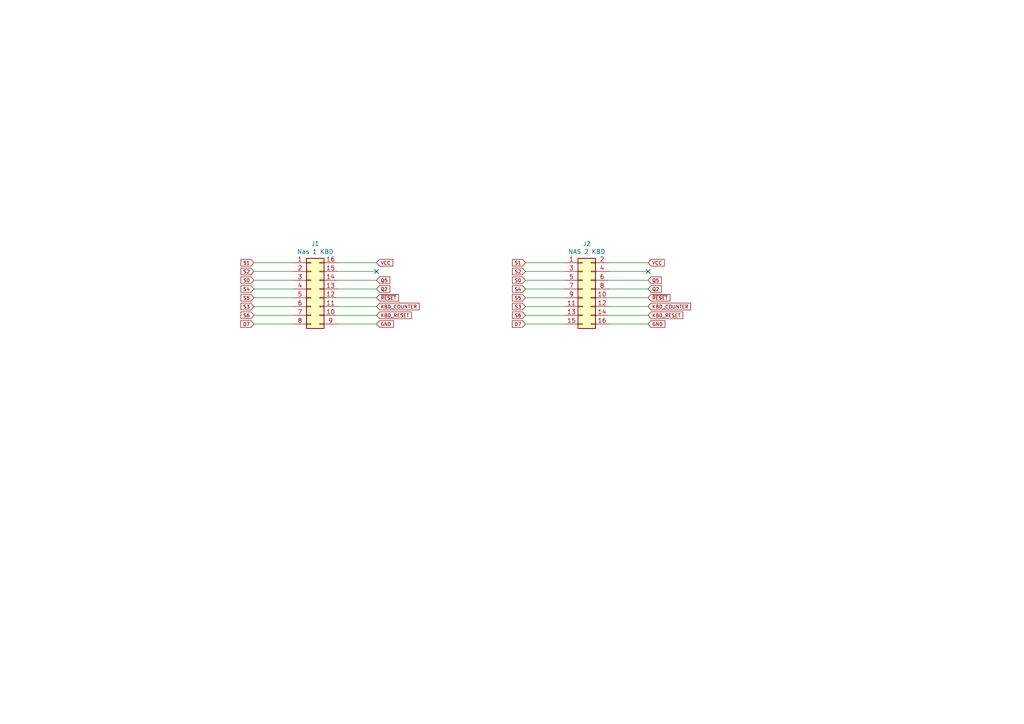
<source format=kicad_sch>
(kicad_sch (version 20250114) (generator "eeschema") (generator_version "9.0")
  (paper "A4")
  (title_block (title "N1 Keyboard Adaptor - Kicad 9") (date "2025-04-26") (rev "2.2"))
  (lib_symbols
    (symbol "Connector_Generic:Conn_02x08_Counter_Clockwise" (pin_names (offset 1.016) (hide yes))
      (property "Reference" "J" (at 1.27 10.16 0))
      (property "Value" "Conn_02x08_Counter_Clockwise" (at 1.27 -12.7 0))
      (symbol "Conn_02x08_Counter_Clockwise_1_1"
        (rectangle (start -1.27 8.89) (end 3.81 -11.43) (stroke (width 0.254)) (fill (type background)))
        (rectangle (start -1.27 7.747) (end 0 7.493) (stroke (width 0.1524)))
        (rectangle (start -1.27 5.207) (end 0 4.953) (stroke (width 0.1524)))
        (rectangle (start -1.27 2.667) (end 0 2.413) (stroke (width 0.1524)))
        (rectangle (start -1.27 0.127) (end 0 -0.127) (stroke (width 0.1524)))
        (rectangle (start -1.27 -2.413) (end 0 -2.667) (stroke (width 0.1524)))
        (rectangle (start -1.27 -4.953) (end 0 -5.207) (stroke (width 0.1524)))
        (rectangle (start -1.27 -7.493) (end 0 -7.747) (stroke (width 0.1524)))
        (rectangle (start -1.27 -10.033) (end 0 -10.287) (stroke (width 0.1524)))
        (rectangle (start 3.81 7.747) (end 2.54 7.493) (stroke (width 0.1524)))
        (rectangle (start 3.81 5.207) (end 2.54 4.953) (stroke (width 0.1524)))
        (rectangle (start 3.81 2.667) (end 2.54 2.413) (stroke (width 0.1524)))
        (rectangle (start 3.81 0.127) (end 2.54 -0.127) (stroke (width 0.1524)))
        (rectangle (start 3.81 -2.413) (end 2.54 -2.667) (stroke (width 0.1524)))
        (rectangle (start 3.81 -4.953) (end 2.54 -5.207) (stroke (width 0.1524)))
        (rectangle (start 3.81 -7.493) (end 2.54 -7.747) (stroke (width 0.1524)))
        (rectangle (start 3.81 -10.033) (end 2.54 -10.287) (stroke (width 0.1524)))
        (pin passive line (at -5.08 7.62 0) (length 3.81) (name "Pin_1") (number "1"))
        (pin passive line (at -5.08 5.08 0) (length 3.81) (name "Pin_2") (number "2"))
        (pin passive line (at -5.08 2.54 0) (length 3.81) (name "Pin_3") (number "3"))
        (pin passive line (at -5.08 0 0) (length 3.81) (name "Pin_4") (number "4"))
        (pin passive line (at -5.08 -2.54 0) (length 3.81) (name "Pin_5") (number "5"))
        (pin passive line (at -5.08 -5.08 0) (length 3.81) (name "Pin_6") (number "6"))
        (pin passive line (at -5.08 -7.62 0) (length 3.81) (name "Pin_7") (number "7"))
        (pin passive line (at -5.08 -10.16 0) (length 3.81) (name "Pin_8") (number "8"))
        (pin passive line (at 7.62 7.62 180) (length 3.81) (name "Pin_16") (number "16"))
        (pin passive line (at 7.62 5.08 180) (length 3.81) (name "Pin_15") (number "15"))
        (pin passive line (at 7.62 2.54 180) (length 3.81) (name "Pin_14") (number "14"))
        (pin passive line (at 7.62 0 180) (length 3.81) (name "Pin_13") (number "13"))
        (pin passive line (at 7.62 -2.54 180) (length 3.81) (name "Pin_12") (number "12"))
        (pin passive line (at 7.62 -5.08 180) (length 3.81) (name "Pin_11") (number "11"))
        (pin passive line (at 7.62 -7.62 180) (length 3.81) (name "Pin_10") (number "10"))
        (pin passive line (at 7.62 -10.16 180) (length 3.81) (name "Pin_9") (number "9"))
      )
    )
    (symbol "Connector_Generic:Conn_02x08_Odd_Even" (pin_names (offset 1.016) (hide yes))
      (property "Reference" "J" (at 1.27 10.16 0))
      (property "Value" "Conn_02x08_Odd_Even" (at 1.27 -12.7 0))
      (symbol "Conn_02x08_Odd_Even_1_1"
        (rectangle (start -1.27 8.89) (end 3.81 -11.43) (stroke (width 0.254)) (fill (type background)))
        (rectangle (start -1.27 7.747) (end 0 7.493) (stroke (width 0.1524)))
        (rectangle (start -1.27 5.207) (end 0 4.953) (stroke (width 0.1524)))
        (rectangle (start -1.27 2.667) (end 0 2.413) (stroke (width 0.1524)))
        (rectangle (start -1.27 0.127) (end 0 -0.127) (stroke (width 0.1524)))
        (rectangle (start -1.27 -2.413) (end 0 -2.667) (stroke (width 0.1524)))
        (rectangle (start -1.27 -4.953) (end 0 -5.207) (stroke (width 0.1524)))
        (rectangle (start -1.27 -7.493) (end 0 -7.747) (stroke (width 0.1524)))
        (rectangle (start -1.27 -10.033) (end 0 -10.287) (stroke (width 0.1524)))
        (rectangle (start 3.81 7.747) (end 2.54 7.493) (stroke (width 0.1524)))
        (rectangle (start 3.81 5.207) (end 2.54 4.953) (stroke (width 0.1524)))
        (rectangle (start 3.81 2.667) (end 2.54 2.413) (stroke (width 0.1524)))
        (rectangle (start 3.81 0.127) (end 2.54 -0.127) (stroke (width 0.1524)))
        (rectangle (start 3.81 -2.413) (end 2.54 -2.667) (stroke (width 0.1524)))
        (rectangle (start 3.81 -4.953) (end 2.54 -5.207) (stroke (width 0.1524)))
        (rectangle (start 3.81 -7.493) (end 2.54 -7.747) (stroke (width 0.1524)))
        (rectangle (start 3.81 -10.033) (end 2.54 -10.287) (stroke (width 0.1524)))
        (pin passive line (at -5.08 7.62 0) (length 3.81) (name "Pin_1") (number "1"))
        (pin passive line (at -5.08 5.08 0) (length 3.81) (name "Pin_3") (number "3"))
        (pin passive line (at -5.08 2.54 0) (length 3.81) (name "Pin_5") (number "5"))
        (pin passive line (at -5.08 0 0) (length 3.81) (name "Pin_7") (number "7"))
        (pin passive line (at -5.08 -2.54 0) (length 3.81) (name "Pin_9") (number "9"))
        (pin passive line (at -5.08 -5.08 0) (length 3.81) (name "Pin_11") (number "11"))
        (pin passive line (at -5.08 -7.62 0) (length 3.81) (name "Pin_13") (number "13"))
        (pin passive line (at -5.08 -10.16 0) (length 3.81) (name "Pin_15") (number "15"))
        (pin passive line (at 7.62 7.62 180) (length 3.81) (name "Pin_2") (number "2"))
        (pin passive line (at 7.62 5.08 180) (length 3.81) (name "Pin_4") (number "4"))
        (pin passive line (at 7.62 2.54 180) (length 3.81) (name "Pin_6") (number "6"))
        (pin passive line (at 7.62 0 180) (length 3.81) (name "Pin_8") (number "8"))
        (pin passive line (at 7.62 -2.54 180) (length 3.81) (name "Pin_10") (number "10"))
        (pin passive line (at 7.62 -5.08 180) (length 3.81) (name "Pin_12") (number "12"))
        (pin passive line (at 7.62 -7.62 180) (length 3.81) (name "Pin_14") (number "14"))
        (pin passive line (at 7.62 -10.16 180) (length 3.81) (name "Pin_16") (number "16"))
      )
    )
  )
  (no_connect (at 187.96 78.74))
  (no_connect (at 109.22 78.74))
  (wire (pts (xy 176.53 78.74) (xy 187.96 78.74)))
  (wire (pts (xy 163.83 76.2) (xy 152.4 76.2)))
  (wire (pts (xy 109.22 83.82) (xy 97.79 83.82)))
  (wire (pts (xy 85.09 88.9) (xy 73.66 88.9)))
  (wire (pts (xy 176.53 76.2) (xy 187.96 76.2)))
  (wire (pts (xy 85.09 78.74) (xy 73.66 78.74)))
  (wire (pts (xy 176.53 83.82) (xy 187.96 83.82)))
  (wire (pts (xy 85.09 83.82) (xy 73.66 83.82)))
  (wire (pts (xy 109.22 91.44) (xy 97.79 91.44)))
  (wire (pts (xy 85.09 76.2) (xy 73.66 76.2)))
  (wire (pts (xy 163.83 93.98) (xy 152.4 93.98)))
  (wire (pts (xy 176.53 93.98) (xy 187.96 93.98)))
  (wire (pts (xy 163.83 83.82) (xy 152.4 83.82)))
  (wire (pts (xy 176.53 91.44) (xy 187.96 91.44)))
  (wire (pts (xy 109.22 93.98) (xy 97.79 93.98)))
  (wire (pts (xy 109.22 81.28) (xy 97.79 81.28)))
  (wire (pts (xy 176.53 88.9) (xy 187.96 88.9)))
  (wire (pts (xy 109.22 86.36) (xy 97.79 86.36)))
  (wire (pts (xy 109.22 88.9) (xy 97.79 88.9)))
  (wire (pts (xy 109.22 76.2) (xy 97.79 76.2)))
  (wire (pts (xy 176.53 81.28) (xy 187.96 81.28)))
  (wire (pts (xy 163.83 91.44) (xy 152.4 91.44)))
  (wire (pts (xy 85.09 81.28) (xy 73.66 81.28)))
  (wire (pts (xy 85.09 93.98) (xy 73.66 93.98)))
  (wire (pts (xy 85.09 86.36) (xy 73.66 86.36)))
  (wire (pts (xy 85.09 91.44) (xy 73.66 91.44)))
  (wire (pts (xy 163.83 88.9) (xy 152.4 88.9)))
  (wire (pts (xy 163.83 78.74) (xy 152.4 78.74)))
  (wire (pts (xy 176.53 86.36) (xy 187.96 86.36)))
  (wire (pts (xy 163.83 86.36) (xy 152.4 86.36)))
  (wire (pts (xy 109.22 78.74) (xy 97.79 78.74)))
  (wire (pts (xy 163.83 81.28) (xy 152.4 81.28)))
  (global_label "D7" (shape input) (at 152.4 93.98 180) (effects (font (size 0.9906 0.9906))) (property "Intersheetrefs" "${INTERSHEET_REFS}" (effects (hide yes))))
  (global_label "D7" (shape input) (at 73.66 93.98 180) (effects (font (size 0.9906 0.9906))) (property "Intersheetrefs" "${INTERSHEET_REFS}" (effects (hide yes))))
  (global_label "Q2" (shape input) (at 109.22 83.82 0) (effects (font (size 0.9906 0.9906))) (property "Intersheetrefs" "${INTERSHEET_REFS}" (effects (hide yes))))
  (global_label "KBD_RESET" (shape input) (at 109.22 91.44 0) (effects (font (size 0.9906 0.9906))) (property "Intersheetrefs" "${INTERSHEET_REFS}" (effects (hide yes))))
  (global_label "GND" (shape input) (at 187.96 93.98 0) (effects (font (size 0.9906 0.9906))) (property "Intersheetrefs" "${INTERSHEET_REFS}" (effects (hide yes))))
  (global_label "S6" (shape input) (at 152.4 91.44 180) (effects (font (size 0.9906 0.9906))) (property "Intersheetrefs" "${INTERSHEET_REFS}" (effects (hide yes))))
  (global_label "S3" (shape input) (at 73.66 88.9 180) (effects (font (size 0.9906 0.9906))) (property "Intersheetrefs" "${INTERSHEET_REFS}" (effects (hide yes))))
  (global_label "S1" (shape input) (at 73.66 76.2 180) (effects (font (size 0.9906 0.9906))) (property "Intersheetrefs" "${INTERSHEET_REFS}" (effects (hide yes))))
  (global_label "S5" (shape input) (at 73.66 86.36 180) (effects (font (size 0.9906 0.9906))) (property "Intersheetrefs" "${INTERSHEET_REFS}" (effects (hide yes))))
  (global_label "S3" (shape input) (at 152.4 88.9 180) (effects (font (size 0.9906 0.9906))) (property "Intersheetrefs" "${INTERSHEET_REFS}" (effects (hide yes))))
  (global_label "S6" (shape input) (at 73.66 91.44 180) (effects (font (size 0.9906 0.9906))) (property "Intersheetrefs" "${INTERSHEET_REFS}" (effects (hide yes))))
  (global_label "S5" (shape input) (at 152.4 86.36 180) (effects (font (size 0.9906 0.9906))) (property "Intersheetrefs" "${INTERSHEET_REFS}" (effects (hide yes))))
  (global_label "GND" (shape input) (at 109.22 93.98 0) (effects (font (size 0.9906 0.9906))) (property "Intersheetrefs" "${INTERSHEET_REFS}" (effects (hide yes))))
  (global_label "S0" (shape input) (at 73.66 81.28 180) (effects (font (size 0.9906 0.9906))) (property "Intersheetrefs" "${INTERSHEET_REFS}" (effects (hide yes))))
  (global_label "S0" (shape input) (at 152.4 81.28 180) (effects (font (size 0.9906 0.9906))) (property "Intersheetrefs" "${INTERSHEET_REFS}" (effects (hide yes))))
  (global_label "Q5" (shape input) (at 109.22 81.28 0) (effects (font (size 0.9906 0.9906))) (property "Intersheetrefs" "${INTERSHEET_REFS}" (effects (hide yes))))
  (global_label "VCC" (shape input) (at 109.22 76.2 0) (effects (font (size 0.9906 0.9906))) (property "Intersheetrefs" "${INTERSHEET_REFS}" (effects (hide yes))))
  (global_label "S2" (shape input) (at 152.4 78.74 180) (effects (font (size 0.9906 0.9906))) (property "Intersheetrefs" "${INTERSHEET_REFS}" (effects (hide yes))))
  (global_label "S4" (shape input) (at 73.66 83.82 180) (effects (font (size 0.9906 0.9906))) (property "Intersheetrefs" "${INTERSHEET_REFS}" (effects (hide yes))))
  (global_label "VCC" (shape input) (at 187.96 76.2 0) (effects (font (size 0.9906 0.9906))) (property "Intersheetrefs" "${INTERSHEET_REFS}" (effects (hide yes))))
  (global_label "KBD_RESET" (shape input) (at 187.96 91.44 0) (effects (font (size 0.9906 0.9906))) (property "Intersheetrefs" "${INTERSHEET_REFS}" (effects (hide yes))))
  (global_label "KBD_COUNTER" (shape input) (at 109.22 88.9 0) (effects (font (size 0.9906 0.9906))) (property "Intersheetrefs" "${INTERSHEET_REFS}" (effects (hide yes))))
  (global_label "KBD_COUNTER" (shape input) (at 187.96 88.9 0) (effects (font (size 0.9906 0.9906))) (property "Intersheetrefs" "${INTERSHEET_REFS}" (effects (hide yes))))
  (global_label "Q5" (shape input) (at 187.96 81.28 0) (effects (font (size 0.9906 0.9906))) (property "Intersheetrefs" "${INTERSHEET_REFS}" (effects (hide yes))))
  (global_label "~{RESET}" (shape input) (at 187.96 86.36 0) (effects (font (size 0.9906 0.9906))) (property "Intersheetrefs" "${INTERSHEET_REFS}" (effects (hide yes))))
  (global_label "S2" (shape input) (at 73.66 78.74 180) (effects (font (size 0.9906 0.9906))) (property "Intersheetrefs" "${INTERSHEET_REFS}" (effects (hide yes))))
  (global_label "~{RESET}" (shape input) (at 109.22 86.36 0) (effects (font (size 0.9906 0.9906))) (property "Intersheetrefs" "${INTERSHEET_REFS}" (effects (hide yes))))
  (global_label "S4" (shape input) (at 152.4 83.82 180) (effects (font (size 0.9906 0.9906))) (property "Intersheetrefs" "${INTERSHEET_REFS}" (effects (hide yes))))
  (global_label "Q2" (shape input) (at 187.96 83.82 0) (effects (font (size 0.9906 0.9906))) (property "Intersheetrefs" "${INTERSHEET_REFS}" (effects (hide yes))))
  (global_label "S1" (shape input) (at 152.4 76.2 180) (effects (font (size 0.9906 0.9906))) (property "Intersheetrefs" "${INTERSHEET_REFS}" (effects (hide yes))))
  (symbol (lib_id "Connector_Generic:Conn_02x08_Counter_Clockwise") (at 90.17 83.82 0) (unit 1)
    (property "Reference" "J1" (at 91.44 70.6882 0))
    (property "Value" "Nas 1 KBD" (at 91.44 72.9996 0))
    (property "Footprint" "Package_DIP:DIP-16_W7.62mm_Socket" (effects (hide yes)))
    (property "Description" "Generic connector, double row, 02x08, counter clockwise pin numbering scheme (similar to DIP package numbering), script generated (kicad-library-utils/schlib/autogen/connector/)" (effects (hide yes)))
  )
  (symbol (lib_id "Connector_Generic:Conn_02x08_Odd_Even") (at 168.91 83.82 0) (unit 1)
    (property "Reference" "J2" (at 170.18 70.6882 0))
    (property "Value" "NAS 2 KBD" (at 170.18 72.9996 0))
    (property "Footprint" "Connector_PinHeader_2.54mm:PinHeader_2x08_P2.54mm_Vertical" (effects (hide yes)))
    (property "Description" "Generic connector, double row, 02x08, odd/even pin numbering scheme (row 1 odd numbers, row 2 even numbers), script generated (kicad-library-utils/schlib/autogen/connector/)" (effects (hide yes)))
  )
)
</source>
